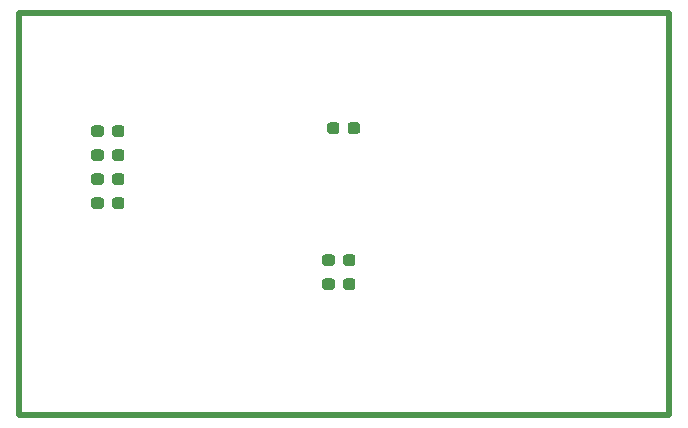
<source format=gbr>
%TF.GenerationSoftware,KiCad,Pcbnew,5.0.2-bee76a0~70~ubuntu18.04.1*%
%TF.CreationDate,2019-07-21T13:21:52-06:00*%
%TF.ProjectId,MX+ Distortion Pedal,4d582b20-4469-4737-946f-7274696f6e20,rev?*%
%TF.SameCoordinates,Original*%
%TF.FileFunction,Paste,Top*%
%TF.FilePolarity,Positive*%
%FSLAX46Y46*%
G04 Gerber Fmt 4.6, Leading zero omitted, Abs format (unit mm)*
G04 Created by KiCad (PCBNEW 5.0.2-bee76a0~70~ubuntu18.04.1) date Sun 21 Jul 2019 01:21:52 PM MDT*
%MOMM*%
%LPD*%
G01*
G04 APERTURE LIST*
%ADD10C,0.500000*%
%ADD11C,0.100000*%
%ADD12C,0.950000*%
G04 APERTURE END LIST*
D10*
X40000000Y-70000000D02*
X95000000Y-70000000D01*
X95000000Y-36000000D02*
X95000000Y-70000000D01*
X40000000Y-36000000D02*
X40000000Y-70000000D01*
X40000000Y-36000000D02*
X95000000Y-36000000D01*
D11*
G36*
X66491779Y-58454144D02*
X66514834Y-58457563D01*
X66537443Y-58463227D01*
X66559387Y-58471079D01*
X66580457Y-58481044D01*
X66600448Y-58493026D01*
X66619168Y-58506910D01*
X66636438Y-58522562D01*
X66652090Y-58539832D01*
X66665974Y-58558552D01*
X66677956Y-58578543D01*
X66687921Y-58599613D01*
X66695773Y-58621557D01*
X66701437Y-58644166D01*
X66704856Y-58667221D01*
X66706000Y-58690500D01*
X66706000Y-59165500D01*
X66704856Y-59188779D01*
X66701437Y-59211834D01*
X66695773Y-59234443D01*
X66687921Y-59256387D01*
X66677956Y-59277457D01*
X66665974Y-59297448D01*
X66652090Y-59316168D01*
X66636438Y-59333438D01*
X66619168Y-59349090D01*
X66600448Y-59362974D01*
X66580457Y-59374956D01*
X66559387Y-59384921D01*
X66537443Y-59392773D01*
X66514834Y-59398437D01*
X66491779Y-59401856D01*
X66468500Y-59403000D01*
X65893500Y-59403000D01*
X65870221Y-59401856D01*
X65847166Y-59398437D01*
X65824557Y-59392773D01*
X65802613Y-59384921D01*
X65781543Y-59374956D01*
X65761552Y-59362974D01*
X65742832Y-59349090D01*
X65725562Y-59333438D01*
X65709910Y-59316168D01*
X65696026Y-59297448D01*
X65684044Y-59277457D01*
X65674079Y-59256387D01*
X65666227Y-59234443D01*
X65660563Y-59211834D01*
X65657144Y-59188779D01*
X65656000Y-59165500D01*
X65656000Y-58690500D01*
X65657144Y-58667221D01*
X65660563Y-58644166D01*
X65666227Y-58621557D01*
X65674079Y-58599613D01*
X65684044Y-58578543D01*
X65696026Y-58558552D01*
X65709910Y-58539832D01*
X65725562Y-58522562D01*
X65742832Y-58506910D01*
X65761552Y-58493026D01*
X65781543Y-58481044D01*
X65802613Y-58471079D01*
X65824557Y-58463227D01*
X65847166Y-58457563D01*
X65870221Y-58454144D01*
X65893500Y-58453000D01*
X66468500Y-58453000D01*
X66491779Y-58454144D01*
X66491779Y-58454144D01*
G37*
D12*
X66181000Y-58928000D03*
D11*
G36*
X68241779Y-58454144D02*
X68264834Y-58457563D01*
X68287443Y-58463227D01*
X68309387Y-58471079D01*
X68330457Y-58481044D01*
X68350448Y-58493026D01*
X68369168Y-58506910D01*
X68386438Y-58522562D01*
X68402090Y-58539832D01*
X68415974Y-58558552D01*
X68427956Y-58578543D01*
X68437921Y-58599613D01*
X68445773Y-58621557D01*
X68451437Y-58644166D01*
X68454856Y-58667221D01*
X68456000Y-58690500D01*
X68456000Y-59165500D01*
X68454856Y-59188779D01*
X68451437Y-59211834D01*
X68445773Y-59234443D01*
X68437921Y-59256387D01*
X68427956Y-59277457D01*
X68415974Y-59297448D01*
X68402090Y-59316168D01*
X68386438Y-59333438D01*
X68369168Y-59349090D01*
X68350448Y-59362974D01*
X68330457Y-59374956D01*
X68309387Y-59384921D01*
X68287443Y-59392773D01*
X68264834Y-59398437D01*
X68241779Y-59401856D01*
X68218500Y-59403000D01*
X67643500Y-59403000D01*
X67620221Y-59401856D01*
X67597166Y-59398437D01*
X67574557Y-59392773D01*
X67552613Y-59384921D01*
X67531543Y-59374956D01*
X67511552Y-59362974D01*
X67492832Y-59349090D01*
X67475562Y-59333438D01*
X67459910Y-59316168D01*
X67446026Y-59297448D01*
X67434044Y-59277457D01*
X67424079Y-59256387D01*
X67416227Y-59234443D01*
X67410563Y-59211834D01*
X67407144Y-59188779D01*
X67406000Y-59165500D01*
X67406000Y-58690500D01*
X67407144Y-58667221D01*
X67410563Y-58644166D01*
X67416227Y-58621557D01*
X67424079Y-58599613D01*
X67434044Y-58578543D01*
X67446026Y-58558552D01*
X67459910Y-58539832D01*
X67475562Y-58522562D01*
X67492832Y-58506910D01*
X67511552Y-58493026D01*
X67531543Y-58481044D01*
X67552613Y-58471079D01*
X67574557Y-58463227D01*
X67597166Y-58457563D01*
X67620221Y-58454144D01*
X67643500Y-58453000D01*
X68218500Y-58453000D01*
X68241779Y-58454144D01*
X68241779Y-58454144D01*
G37*
D12*
X67931000Y-58928000D03*
D11*
G36*
X68636779Y-45246144D02*
X68659834Y-45249563D01*
X68682443Y-45255227D01*
X68704387Y-45263079D01*
X68725457Y-45273044D01*
X68745448Y-45285026D01*
X68764168Y-45298910D01*
X68781438Y-45314562D01*
X68797090Y-45331832D01*
X68810974Y-45350552D01*
X68822956Y-45370543D01*
X68832921Y-45391613D01*
X68840773Y-45413557D01*
X68846437Y-45436166D01*
X68849856Y-45459221D01*
X68851000Y-45482500D01*
X68851000Y-45957500D01*
X68849856Y-45980779D01*
X68846437Y-46003834D01*
X68840773Y-46026443D01*
X68832921Y-46048387D01*
X68822956Y-46069457D01*
X68810974Y-46089448D01*
X68797090Y-46108168D01*
X68781438Y-46125438D01*
X68764168Y-46141090D01*
X68745448Y-46154974D01*
X68725457Y-46166956D01*
X68704387Y-46176921D01*
X68682443Y-46184773D01*
X68659834Y-46190437D01*
X68636779Y-46193856D01*
X68613500Y-46195000D01*
X68038500Y-46195000D01*
X68015221Y-46193856D01*
X67992166Y-46190437D01*
X67969557Y-46184773D01*
X67947613Y-46176921D01*
X67926543Y-46166956D01*
X67906552Y-46154974D01*
X67887832Y-46141090D01*
X67870562Y-46125438D01*
X67854910Y-46108168D01*
X67841026Y-46089448D01*
X67829044Y-46069457D01*
X67819079Y-46048387D01*
X67811227Y-46026443D01*
X67805563Y-46003834D01*
X67802144Y-45980779D01*
X67801000Y-45957500D01*
X67801000Y-45482500D01*
X67802144Y-45459221D01*
X67805563Y-45436166D01*
X67811227Y-45413557D01*
X67819079Y-45391613D01*
X67829044Y-45370543D01*
X67841026Y-45350552D01*
X67854910Y-45331832D01*
X67870562Y-45314562D01*
X67887832Y-45298910D01*
X67906552Y-45285026D01*
X67926543Y-45273044D01*
X67947613Y-45263079D01*
X67969557Y-45255227D01*
X67992166Y-45249563D01*
X68015221Y-45246144D01*
X68038500Y-45245000D01*
X68613500Y-45245000D01*
X68636779Y-45246144D01*
X68636779Y-45246144D01*
G37*
D12*
X68326000Y-45720000D03*
D11*
G36*
X66886779Y-45246144D02*
X66909834Y-45249563D01*
X66932443Y-45255227D01*
X66954387Y-45263079D01*
X66975457Y-45273044D01*
X66995448Y-45285026D01*
X67014168Y-45298910D01*
X67031438Y-45314562D01*
X67047090Y-45331832D01*
X67060974Y-45350552D01*
X67072956Y-45370543D01*
X67082921Y-45391613D01*
X67090773Y-45413557D01*
X67096437Y-45436166D01*
X67099856Y-45459221D01*
X67101000Y-45482500D01*
X67101000Y-45957500D01*
X67099856Y-45980779D01*
X67096437Y-46003834D01*
X67090773Y-46026443D01*
X67082921Y-46048387D01*
X67072956Y-46069457D01*
X67060974Y-46089448D01*
X67047090Y-46108168D01*
X67031438Y-46125438D01*
X67014168Y-46141090D01*
X66995448Y-46154974D01*
X66975457Y-46166956D01*
X66954387Y-46176921D01*
X66932443Y-46184773D01*
X66909834Y-46190437D01*
X66886779Y-46193856D01*
X66863500Y-46195000D01*
X66288500Y-46195000D01*
X66265221Y-46193856D01*
X66242166Y-46190437D01*
X66219557Y-46184773D01*
X66197613Y-46176921D01*
X66176543Y-46166956D01*
X66156552Y-46154974D01*
X66137832Y-46141090D01*
X66120562Y-46125438D01*
X66104910Y-46108168D01*
X66091026Y-46089448D01*
X66079044Y-46069457D01*
X66069079Y-46048387D01*
X66061227Y-46026443D01*
X66055563Y-46003834D01*
X66052144Y-45980779D01*
X66051000Y-45957500D01*
X66051000Y-45482500D01*
X66052144Y-45459221D01*
X66055563Y-45436166D01*
X66061227Y-45413557D01*
X66069079Y-45391613D01*
X66079044Y-45370543D01*
X66091026Y-45350552D01*
X66104910Y-45331832D01*
X66120562Y-45314562D01*
X66137832Y-45298910D01*
X66156552Y-45285026D01*
X66176543Y-45273044D01*
X66197613Y-45263079D01*
X66219557Y-45255227D01*
X66242166Y-45249563D01*
X66265221Y-45246144D01*
X66288500Y-45245000D01*
X66863500Y-45245000D01*
X66886779Y-45246144D01*
X66886779Y-45246144D01*
G37*
D12*
X66576000Y-45720000D03*
D11*
G36*
X48683779Y-45500144D02*
X48706834Y-45503563D01*
X48729443Y-45509227D01*
X48751387Y-45517079D01*
X48772457Y-45527044D01*
X48792448Y-45539026D01*
X48811168Y-45552910D01*
X48828438Y-45568562D01*
X48844090Y-45585832D01*
X48857974Y-45604552D01*
X48869956Y-45624543D01*
X48879921Y-45645613D01*
X48887773Y-45667557D01*
X48893437Y-45690166D01*
X48896856Y-45713221D01*
X48898000Y-45736500D01*
X48898000Y-46211500D01*
X48896856Y-46234779D01*
X48893437Y-46257834D01*
X48887773Y-46280443D01*
X48879921Y-46302387D01*
X48869956Y-46323457D01*
X48857974Y-46343448D01*
X48844090Y-46362168D01*
X48828438Y-46379438D01*
X48811168Y-46395090D01*
X48792448Y-46408974D01*
X48772457Y-46420956D01*
X48751387Y-46430921D01*
X48729443Y-46438773D01*
X48706834Y-46444437D01*
X48683779Y-46447856D01*
X48660500Y-46449000D01*
X48085500Y-46449000D01*
X48062221Y-46447856D01*
X48039166Y-46444437D01*
X48016557Y-46438773D01*
X47994613Y-46430921D01*
X47973543Y-46420956D01*
X47953552Y-46408974D01*
X47934832Y-46395090D01*
X47917562Y-46379438D01*
X47901910Y-46362168D01*
X47888026Y-46343448D01*
X47876044Y-46323457D01*
X47866079Y-46302387D01*
X47858227Y-46280443D01*
X47852563Y-46257834D01*
X47849144Y-46234779D01*
X47848000Y-46211500D01*
X47848000Y-45736500D01*
X47849144Y-45713221D01*
X47852563Y-45690166D01*
X47858227Y-45667557D01*
X47866079Y-45645613D01*
X47876044Y-45624543D01*
X47888026Y-45604552D01*
X47901910Y-45585832D01*
X47917562Y-45568562D01*
X47934832Y-45552910D01*
X47953552Y-45539026D01*
X47973543Y-45527044D01*
X47994613Y-45517079D01*
X48016557Y-45509227D01*
X48039166Y-45503563D01*
X48062221Y-45500144D01*
X48085500Y-45499000D01*
X48660500Y-45499000D01*
X48683779Y-45500144D01*
X48683779Y-45500144D01*
G37*
D12*
X48373000Y-45974000D03*
D11*
G36*
X46933779Y-45500144D02*
X46956834Y-45503563D01*
X46979443Y-45509227D01*
X47001387Y-45517079D01*
X47022457Y-45527044D01*
X47042448Y-45539026D01*
X47061168Y-45552910D01*
X47078438Y-45568562D01*
X47094090Y-45585832D01*
X47107974Y-45604552D01*
X47119956Y-45624543D01*
X47129921Y-45645613D01*
X47137773Y-45667557D01*
X47143437Y-45690166D01*
X47146856Y-45713221D01*
X47148000Y-45736500D01*
X47148000Y-46211500D01*
X47146856Y-46234779D01*
X47143437Y-46257834D01*
X47137773Y-46280443D01*
X47129921Y-46302387D01*
X47119956Y-46323457D01*
X47107974Y-46343448D01*
X47094090Y-46362168D01*
X47078438Y-46379438D01*
X47061168Y-46395090D01*
X47042448Y-46408974D01*
X47022457Y-46420956D01*
X47001387Y-46430921D01*
X46979443Y-46438773D01*
X46956834Y-46444437D01*
X46933779Y-46447856D01*
X46910500Y-46449000D01*
X46335500Y-46449000D01*
X46312221Y-46447856D01*
X46289166Y-46444437D01*
X46266557Y-46438773D01*
X46244613Y-46430921D01*
X46223543Y-46420956D01*
X46203552Y-46408974D01*
X46184832Y-46395090D01*
X46167562Y-46379438D01*
X46151910Y-46362168D01*
X46138026Y-46343448D01*
X46126044Y-46323457D01*
X46116079Y-46302387D01*
X46108227Y-46280443D01*
X46102563Y-46257834D01*
X46099144Y-46234779D01*
X46098000Y-46211500D01*
X46098000Y-45736500D01*
X46099144Y-45713221D01*
X46102563Y-45690166D01*
X46108227Y-45667557D01*
X46116079Y-45645613D01*
X46126044Y-45624543D01*
X46138026Y-45604552D01*
X46151910Y-45585832D01*
X46167562Y-45568562D01*
X46184832Y-45552910D01*
X46203552Y-45539026D01*
X46223543Y-45527044D01*
X46244613Y-45517079D01*
X46266557Y-45509227D01*
X46289166Y-45503563D01*
X46312221Y-45500144D01*
X46335500Y-45499000D01*
X46910500Y-45499000D01*
X46933779Y-45500144D01*
X46933779Y-45500144D01*
G37*
D12*
X46623000Y-45974000D03*
D11*
G36*
X46933779Y-51596144D02*
X46956834Y-51599563D01*
X46979443Y-51605227D01*
X47001387Y-51613079D01*
X47022457Y-51623044D01*
X47042448Y-51635026D01*
X47061168Y-51648910D01*
X47078438Y-51664562D01*
X47094090Y-51681832D01*
X47107974Y-51700552D01*
X47119956Y-51720543D01*
X47129921Y-51741613D01*
X47137773Y-51763557D01*
X47143437Y-51786166D01*
X47146856Y-51809221D01*
X47148000Y-51832500D01*
X47148000Y-52307500D01*
X47146856Y-52330779D01*
X47143437Y-52353834D01*
X47137773Y-52376443D01*
X47129921Y-52398387D01*
X47119956Y-52419457D01*
X47107974Y-52439448D01*
X47094090Y-52458168D01*
X47078438Y-52475438D01*
X47061168Y-52491090D01*
X47042448Y-52504974D01*
X47022457Y-52516956D01*
X47001387Y-52526921D01*
X46979443Y-52534773D01*
X46956834Y-52540437D01*
X46933779Y-52543856D01*
X46910500Y-52545000D01*
X46335500Y-52545000D01*
X46312221Y-52543856D01*
X46289166Y-52540437D01*
X46266557Y-52534773D01*
X46244613Y-52526921D01*
X46223543Y-52516956D01*
X46203552Y-52504974D01*
X46184832Y-52491090D01*
X46167562Y-52475438D01*
X46151910Y-52458168D01*
X46138026Y-52439448D01*
X46126044Y-52419457D01*
X46116079Y-52398387D01*
X46108227Y-52376443D01*
X46102563Y-52353834D01*
X46099144Y-52330779D01*
X46098000Y-52307500D01*
X46098000Y-51832500D01*
X46099144Y-51809221D01*
X46102563Y-51786166D01*
X46108227Y-51763557D01*
X46116079Y-51741613D01*
X46126044Y-51720543D01*
X46138026Y-51700552D01*
X46151910Y-51681832D01*
X46167562Y-51664562D01*
X46184832Y-51648910D01*
X46203552Y-51635026D01*
X46223543Y-51623044D01*
X46244613Y-51613079D01*
X46266557Y-51605227D01*
X46289166Y-51599563D01*
X46312221Y-51596144D01*
X46335500Y-51595000D01*
X46910500Y-51595000D01*
X46933779Y-51596144D01*
X46933779Y-51596144D01*
G37*
D12*
X46623000Y-52070000D03*
D11*
G36*
X48683779Y-51596144D02*
X48706834Y-51599563D01*
X48729443Y-51605227D01*
X48751387Y-51613079D01*
X48772457Y-51623044D01*
X48792448Y-51635026D01*
X48811168Y-51648910D01*
X48828438Y-51664562D01*
X48844090Y-51681832D01*
X48857974Y-51700552D01*
X48869956Y-51720543D01*
X48879921Y-51741613D01*
X48887773Y-51763557D01*
X48893437Y-51786166D01*
X48896856Y-51809221D01*
X48898000Y-51832500D01*
X48898000Y-52307500D01*
X48896856Y-52330779D01*
X48893437Y-52353834D01*
X48887773Y-52376443D01*
X48879921Y-52398387D01*
X48869956Y-52419457D01*
X48857974Y-52439448D01*
X48844090Y-52458168D01*
X48828438Y-52475438D01*
X48811168Y-52491090D01*
X48792448Y-52504974D01*
X48772457Y-52516956D01*
X48751387Y-52526921D01*
X48729443Y-52534773D01*
X48706834Y-52540437D01*
X48683779Y-52543856D01*
X48660500Y-52545000D01*
X48085500Y-52545000D01*
X48062221Y-52543856D01*
X48039166Y-52540437D01*
X48016557Y-52534773D01*
X47994613Y-52526921D01*
X47973543Y-52516956D01*
X47953552Y-52504974D01*
X47934832Y-52491090D01*
X47917562Y-52475438D01*
X47901910Y-52458168D01*
X47888026Y-52439448D01*
X47876044Y-52419457D01*
X47866079Y-52398387D01*
X47858227Y-52376443D01*
X47852563Y-52353834D01*
X47849144Y-52330779D01*
X47848000Y-52307500D01*
X47848000Y-51832500D01*
X47849144Y-51809221D01*
X47852563Y-51786166D01*
X47858227Y-51763557D01*
X47866079Y-51741613D01*
X47876044Y-51720543D01*
X47888026Y-51700552D01*
X47901910Y-51681832D01*
X47917562Y-51664562D01*
X47934832Y-51648910D01*
X47953552Y-51635026D01*
X47973543Y-51623044D01*
X47994613Y-51613079D01*
X48016557Y-51605227D01*
X48039166Y-51599563D01*
X48062221Y-51596144D01*
X48085500Y-51595000D01*
X48660500Y-51595000D01*
X48683779Y-51596144D01*
X48683779Y-51596144D01*
G37*
D12*
X48373000Y-52070000D03*
D11*
G36*
X68241779Y-56422144D02*
X68264834Y-56425563D01*
X68287443Y-56431227D01*
X68309387Y-56439079D01*
X68330457Y-56449044D01*
X68350448Y-56461026D01*
X68369168Y-56474910D01*
X68386438Y-56490562D01*
X68402090Y-56507832D01*
X68415974Y-56526552D01*
X68427956Y-56546543D01*
X68437921Y-56567613D01*
X68445773Y-56589557D01*
X68451437Y-56612166D01*
X68454856Y-56635221D01*
X68456000Y-56658500D01*
X68456000Y-57133500D01*
X68454856Y-57156779D01*
X68451437Y-57179834D01*
X68445773Y-57202443D01*
X68437921Y-57224387D01*
X68427956Y-57245457D01*
X68415974Y-57265448D01*
X68402090Y-57284168D01*
X68386438Y-57301438D01*
X68369168Y-57317090D01*
X68350448Y-57330974D01*
X68330457Y-57342956D01*
X68309387Y-57352921D01*
X68287443Y-57360773D01*
X68264834Y-57366437D01*
X68241779Y-57369856D01*
X68218500Y-57371000D01*
X67643500Y-57371000D01*
X67620221Y-57369856D01*
X67597166Y-57366437D01*
X67574557Y-57360773D01*
X67552613Y-57352921D01*
X67531543Y-57342956D01*
X67511552Y-57330974D01*
X67492832Y-57317090D01*
X67475562Y-57301438D01*
X67459910Y-57284168D01*
X67446026Y-57265448D01*
X67434044Y-57245457D01*
X67424079Y-57224387D01*
X67416227Y-57202443D01*
X67410563Y-57179834D01*
X67407144Y-57156779D01*
X67406000Y-57133500D01*
X67406000Y-56658500D01*
X67407144Y-56635221D01*
X67410563Y-56612166D01*
X67416227Y-56589557D01*
X67424079Y-56567613D01*
X67434044Y-56546543D01*
X67446026Y-56526552D01*
X67459910Y-56507832D01*
X67475562Y-56490562D01*
X67492832Y-56474910D01*
X67511552Y-56461026D01*
X67531543Y-56449044D01*
X67552613Y-56439079D01*
X67574557Y-56431227D01*
X67597166Y-56425563D01*
X67620221Y-56422144D01*
X67643500Y-56421000D01*
X68218500Y-56421000D01*
X68241779Y-56422144D01*
X68241779Y-56422144D01*
G37*
D12*
X67931000Y-56896000D03*
D11*
G36*
X66491779Y-56422144D02*
X66514834Y-56425563D01*
X66537443Y-56431227D01*
X66559387Y-56439079D01*
X66580457Y-56449044D01*
X66600448Y-56461026D01*
X66619168Y-56474910D01*
X66636438Y-56490562D01*
X66652090Y-56507832D01*
X66665974Y-56526552D01*
X66677956Y-56546543D01*
X66687921Y-56567613D01*
X66695773Y-56589557D01*
X66701437Y-56612166D01*
X66704856Y-56635221D01*
X66706000Y-56658500D01*
X66706000Y-57133500D01*
X66704856Y-57156779D01*
X66701437Y-57179834D01*
X66695773Y-57202443D01*
X66687921Y-57224387D01*
X66677956Y-57245457D01*
X66665974Y-57265448D01*
X66652090Y-57284168D01*
X66636438Y-57301438D01*
X66619168Y-57317090D01*
X66600448Y-57330974D01*
X66580457Y-57342956D01*
X66559387Y-57352921D01*
X66537443Y-57360773D01*
X66514834Y-57366437D01*
X66491779Y-57369856D01*
X66468500Y-57371000D01*
X65893500Y-57371000D01*
X65870221Y-57369856D01*
X65847166Y-57366437D01*
X65824557Y-57360773D01*
X65802613Y-57352921D01*
X65781543Y-57342956D01*
X65761552Y-57330974D01*
X65742832Y-57317090D01*
X65725562Y-57301438D01*
X65709910Y-57284168D01*
X65696026Y-57265448D01*
X65684044Y-57245457D01*
X65674079Y-57224387D01*
X65666227Y-57202443D01*
X65660563Y-57179834D01*
X65657144Y-57156779D01*
X65656000Y-57133500D01*
X65656000Y-56658500D01*
X65657144Y-56635221D01*
X65660563Y-56612166D01*
X65666227Y-56589557D01*
X65674079Y-56567613D01*
X65684044Y-56546543D01*
X65696026Y-56526552D01*
X65709910Y-56507832D01*
X65725562Y-56490562D01*
X65742832Y-56474910D01*
X65761552Y-56461026D01*
X65781543Y-56449044D01*
X65802613Y-56439079D01*
X65824557Y-56431227D01*
X65847166Y-56425563D01*
X65870221Y-56422144D01*
X65893500Y-56421000D01*
X66468500Y-56421000D01*
X66491779Y-56422144D01*
X66491779Y-56422144D01*
G37*
D12*
X66181000Y-56896000D03*
D11*
G36*
X46933779Y-47532144D02*
X46956834Y-47535563D01*
X46979443Y-47541227D01*
X47001387Y-47549079D01*
X47022457Y-47559044D01*
X47042448Y-47571026D01*
X47061168Y-47584910D01*
X47078438Y-47600562D01*
X47094090Y-47617832D01*
X47107974Y-47636552D01*
X47119956Y-47656543D01*
X47129921Y-47677613D01*
X47137773Y-47699557D01*
X47143437Y-47722166D01*
X47146856Y-47745221D01*
X47148000Y-47768500D01*
X47148000Y-48243500D01*
X47146856Y-48266779D01*
X47143437Y-48289834D01*
X47137773Y-48312443D01*
X47129921Y-48334387D01*
X47119956Y-48355457D01*
X47107974Y-48375448D01*
X47094090Y-48394168D01*
X47078438Y-48411438D01*
X47061168Y-48427090D01*
X47042448Y-48440974D01*
X47022457Y-48452956D01*
X47001387Y-48462921D01*
X46979443Y-48470773D01*
X46956834Y-48476437D01*
X46933779Y-48479856D01*
X46910500Y-48481000D01*
X46335500Y-48481000D01*
X46312221Y-48479856D01*
X46289166Y-48476437D01*
X46266557Y-48470773D01*
X46244613Y-48462921D01*
X46223543Y-48452956D01*
X46203552Y-48440974D01*
X46184832Y-48427090D01*
X46167562Y-48411438D01*
X46151910Y-48394168D01*
X46138026Y-48375448D01*
X46126044Y-48355457D01*
X46116079Y-48334387D01*
X46108227Y-48312443D01*
X46102563Y-48289834D01*
X46099144Y-48266779D01*
X46098000Y-48243500D01*
X46098000Y-47768500D01*
X46099144Y-47745221D01*
X46102563Y-47722166D01*
X46108227Y-47699557D01*
X46116079Y-47677613D01*
X46126044Y-47656543D01*
X46138026Y-47636552D01*
X46151910Y-47617832D01*
X46167562Y-47600562D01*
X46184832Y-47584910D01*
X46203552Y-47571026D01*
X46223543Y-47559044D01*
X46244613Y-47549079D01*
X46266557Y-47541227D01*
X46289166Y-47535563D01*
X46312221Y-47532144D01*
X46335500Y-47531000D01*
X46910500Y-47531000D01*
X46933779Y-47532144D01*
X46933779Y-47532144D01*
G37*
D12*
X46623000Y-48006000D03*
D11*
G36*
X48683779Y-47532144D02*
X48706834Y-47535563D01*
X48729443Y-47541227D01*
X48751387Y-47549079D01*
X48772457Y-47559044D01*
X48792448Y-47571026D01*
X48811168Y-47584910D01*
X48828438Y-47600562D01*
X48844090Y-47617832D01*
X48857974Y-47636552D01*
X48869956Y-47656543D01*
X48879921Y-47677613D01*
X48887773Y-47699557D01*
X48893437Y-47722166D01*
X48896856Y-47745221D01*
X48898000Y-47768500D01*
X48898000Y-48243500D01*
X48896856Y-48266779D01*
X48893437Y-48289834D01*
X48887773Y-48312443D01*
X48879921Y-48334387D01*
X48869956Y-48355457D01*
X48857974Y-48375448D01*
X48844090Y-48394168D01*
X48828438Y-48411438D01*
X48811168Y-48427090D01*
X48792448Y-48440974D01*
X48772457Y-48452956D01*
X48751387Y-48462921D01*
X48729443Y-48470773D01*
X48706834Y-48476437D01*
X48683779Y-48479856D01*
X48660500Y-48481000D01*
X48085500Y-48481000D01*
X48062221Y-48479856D01*
X48039166Y-48476437D01*
X48016557Y-48470773D01*
X47994613Y-48462921D01*
X47973543Y-48452956D01*
X47953552Y-48440974D01*
X47934832Y-48427090D01*
X47917562Y-48411438D01*
X47901910Y-48394168D01*
X47888026Y-48375448D01*
X47876044Y-48355457D01*
X47866079Y-48334387D01*
X47858227Y-48312443D01*
X47852563Y-48289834D01*
X47849144Y-48266779D01*
X47848000Y-48243500D01*
X47848000Y-47768500D01*
X47849144Y-47745221D01*
X47852563Y-47722166D01*
X47858227Y-47699557D01*
X47866079Y-47677613D01*
X47876044Y-47656543D01*
X47888026Y-47636552D01*
X47901910Y-47617832D01*
X47917562Y-47600562D01*
X47934832Y-47584910D01*
X47953552Y-47571026D01*
X47973543Y-47559044D01*
X47994613Y-47549079D01*
X48016557Y-47541227D01*
X48039166Y-47535563D01*
X48062221Y-47532144D01*
X48085500Y-47531000D01*
X48660500Y-47531000D01*
X48683779Y-47532144D01*
X48683779Y-47532144D01*
G37*
D12*
X48373000Y-48006000D03*
D11*
G36*
X48683779Y-49564144D02*
X48706834Y-49567563D01*
X48729443Y-49573227D01*
X48751387Y-49581079D01*
X48772457Y-49591044D01*
X48792448Y-49603026D01*
X48811168Y-49616910D01*
X48828438Y-49632562D01*
X48844090Y-49649832D01*
X48857974Y-49668552D01*
X48869956Y-49688543D01*
X48879921Y-49709613D01*
X48887773Y-49731557D01*
X48893437Y-49754166D01*
X48896856Y-49777221D01*
X48898000Y-49800500D01*
X48898000Y-50275500D01*
X48896856Y-50298779D01*
X48893437Y-50321834D01*
X48887773Y-50344443D01*
X48879921Y-50366387D01*
X48869956Y-50387457D01*
X48857974Y-50407448D01*
X48844090Y-50426168D01*
X48828438Y-50443438D01*
X48811168Y-50459090D01*
X48792448Y-50472974D01*
X48772457Y-50484956D01*
X48751387Y-50494921D01*
X48729443Y-50502773D01*
X48706834Y-50508437D01*
X48683779Y-50511856D01*
X48660500Y-50513000D01*
X48085500Y-50513000D01*
X48062221Y-50511856D01*
X48039166Y-50508437D01*
X48016557Y-50502773D01*
X47994613Y-50494921D01*
X47973543Y-50484956D01*
X47953552Y-50472974D01*
X47934832Y-50459090D01*
X47917562Y-50443438D01*
X47901910Y-50426168D01*
X47888026Y-50407448D01*
X47876044Y-50387457D01*
X47866079Y-50366387D01*
X47858227Y-50344443D01*
X47852563Y-50321834D01*
X47849144Y-50298779D01*
X47848000Y-50275500D01*
X47848000Y-49800500D01*
X47849144Y-49777221D01*
X47852563Y-49754166D01*
X47858227Y-49731557D01*
X47866079Y-49709613D01*
X47876044Y-49688543D01*
X47888026Y-49668552D01*
X47901910Y-49649832D01*
X47917562Y-49632562D01*
X47934832Y-49616910D01*
X47953552Y-49603026D01*
X47973543Y-49591044D01*
X47994613Y-49581079D01*
X48016557Y-49573227D01*
X48039166Y-49567563D01*
X48062221Y-49564144D01*
X48085500Y-49563000D01*
X48660500Y-49563000D01*
X48683779Y-49564144D01*
X48683779Y-49564144D01*
G37*
D12*
X48373000Y-50038000D03*
D11*
G36*
X46933779Y-49564144D02*
X46956834Y-49567563D01*
X46979443Y-49573227D01*
X47001387Y-49581079D01*
X47022457Y-49591044D01*
X47042448Y-49603026D01*
X47061168Y-49616910D01*
X47078438Y-49632562D01*
X47094090Y-49649832D01*
X47107974Y-49668552D01*
X47119956Y-49688543D01*
X47129921Y-49709613D01*
X47137773Y-49731557D01*
X47143437Y-49754166D01*
X47146856Y-49777221D01*
X47148000Y-49800500D01*
X47148000Y-50275500D01*
X47146856Y-50298779D01*
X47143437Y-50321834D01*
X47137773Y-50344443D01*
X47129921Y-50366387D01*
X47119956Y-50387457D01*
X47107974Y-50407448D01*
X47094090Y-50426168D01*
X47078438Y-50443438D01*
X47061168Y-50459090D01*
X47042448Y-50472974D01*
X47022457Y-50484956D01*
X47001387Y-50494921D01*
X46979443Y-50502773D01*
X46956834Y-50508437D01*
X46933779Y-50511856D01*
X46910500Y-50513000D01*
X46335500Y-50513000D01*
X46312221Y-50511856D01*
X46289166Y-50508437D01*
X46266557Y-50502773D01*
X46244613Y-50494921D01*
X46223543Y-50484956D01*
X46203552Y-50472974D01*
X46184832Y-50459090D01*
X46167562Y-50443438D01*
X46151910Y-50426168D01*
X46138026Y-50407448D01*
X46126044Y-50387457D01*
X46116079Y-50366387D01*
X46108227Y-50344443D01*
X46102563Y-50321834D01*
X46099144Y-50298779D01*
X46098000Y-50275500D01*
X46098000Y-49800500D01*
X46099144Y-49777221D01*
X46102563Y-49754166D01*
X46108227Y-49731557D01*
X46116079Y-49709613D01*
X46126044Y-49688543D01*
X46138026Y-49668552D01*
X46151910Y-49649832D01*
X46167562Y-49632562D01*
X46184832Y-49616910D01*
X46203552Y-49603026D01*
X46223543Y-49591044D01*
X46244613Y-49581079D01*
X46266557Y-49573227D01*
X46289166Y-49567563D01*
X46312221Y-49564144D01*
X46335500Y-49563000D01*
X46910500Y-49563000D01*
X46933779Y-49564144D01*
X46933779Y-49564144D01*
G37*
D12*
X46623000Y-50038000D03*
M02*

</source>
